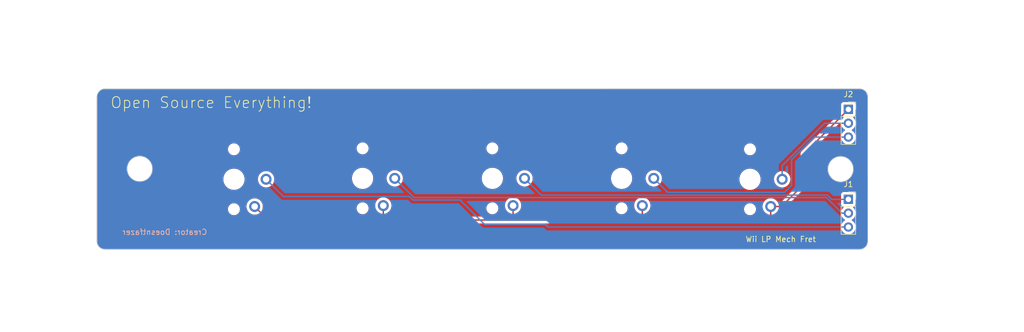
<source format=kicad_pcb>
(kicad_pcb (version 20221018) (generator pcbnew)
  (layers (0 "F.Cu" signal) (31 "B.Cu" signal) (34 "B.Paste" user) (35 "F.Paste" user) (36 "B.SilkS" user "B.Silkscreen") (37 "F.SilkS" user "F.Silkscreen") (38 "B.Mask" user) (39 "F.Mask" user) (44 "Edge.Cuts" user))
  (net 0 "")
  (net 1 "green")
  (net 2 "red")
  (net 3 "yellow")
  (net 4 "blue")
  (net 5 "orange")
  (net 6 "gnd")
  (footprint "Connector_PinSocket_2.54mm:PinSocket_1x03_P2.54mm_Vertical" (layer "F.Cu") (at 219.227 97.551)
    (fp_text reference "J1" (at 0 -2.77) (layer "F.SilkS"))
    (fp_text value "Conn_01x03")
    (fp_line (start -1.33 1.27) (end -1.33 6.41) (stroke (width 0.12)) (layer "F.SilkS"))
    (fp_line (start -1.33 1.27) (end 1.33 1.27) (stroke (width 0.12)) (layer "F.SilkS"))
    (fp_line (start -1.33 6.41) (end 1.33 6.41) (stroke (width 0.12)) (layer "F.SilkS"))
    (fp_line (start 0 -1.33) (end 1.33 -1.33) (stroke (width 0.12)) (layer "F.SilkS"))
    (fp_line (start 1.33 -1.33) (end 1.33 0) (stroke (width 0.12)) (layer "F.SilkS"))
    (fp_line (start 1.33 1.27) (end 1.33 6.41) (stroke (width 0.12)) (layer "F.SilkS"))
    (pad "1" thru_hole rect (at 0 0) (size 1.7 1.7) (drill 1) (layers "*.Cu" "*.Mask") (net 3 "yellow"))
    (pad "2" thru_hole oval (at 0 2.54) (size 1.7 1.7) (drill 1) (layers "*.Cu" "*.Mask") (net 2 "red"))
    (pad "3" thru_hole oval (at 0 5.08) (size 1.7 1.7) (drill 1) (layers "*.Cu" "*.Mask") (net 1 "green"))
  )
  (footprint "Connector_PinSocket_2.54mm:PinSocket_1x03_P2.54mm_Vertical" (layer "F.Cu") (at 219.227 81.041)
    (fp_text reference "J2" (at 0 -2.77) (layer "F.SilkS"))
    (fp_text value "Conn_01x03")
    (fp_line (start -1.33 1.27) (end -1.33 6.41) (stroke (width 0.12)) (layer "F.SilkS"))
    (fp_line (start -1.33 1.27) (end 1.33 1.27) (stroke (width 0.12)) (layer "F.SilkS"))
    (fp_line (start -1.33 6.41) (end 1.33 6.41) (stroke (width 0.12)) (layer "F.SilkS"))
    (fp_line (start 0 -1.33) (end 1.33 -1.33) (stroke (width 0.12)) (layer "F.SilkS"))
    (fp_line (start 1.33 -1.33) (end 1.33 0) (stroke (width 0.12)) (layer "F.SilkS"))
    (fp_line (start 1.33 1.27) (end 1.33 6.41) (stroke (width 0.12)) (layer "F.SilkS"))
    (pad "1" thru_hole rect (at 0 0) (size 1.7 1.7) (drill 1) (layers "*.Cu" "*.Mask") (net 6 "gnd"))
    (pad "2" thru_hole oval (at 0 2.54) (size 1.7 1.7) (drill 1) (layers "*.Cu" "*.Mask") (net 5 "orange"))
    (pad "3" thru_hole oval (at 0 5.08) (size 1.7 1.7) (drill 1) (layers "*.Cu" "*.Mask") (net 4 "blue"))
  )
  (footprint "keebio:Kailh-PG1350-1u-NoLED" (layer "F.Cu") (at 106.442 93.864 90)
    (fp_text reference "SW1")
    (fp_text value "SW_Push" hide)
    (pad "" np_thru_hole circle (at -5.5 0 270) (size 1.7 1.7) (drill 1.7) (layers "*.Cu" "*.Mask"))
    (pad "" np_thru_hole circle (at 0 0 270) (size 3.4 3.4) (drill 3.4) (layers "*.Cu" "*.Mask"))
    (pad "" np_thru_hole circle (at 5.5 0 270) (size 1.7 1.7) (drill 1.7) (layers "*.Cu" "*.Mask"))
    (pad "1" thru_hole circle (at 0 5.9 270) (size 2 2) (drill 1.2) (layers "*.Cu" "*.Mask") (net 1 "green"))
    (pad "2" thru_hole circle (at -5 3.8 131.9) (size 2 2) (drill 1.2) (layers "*.Cu" "*.Mask") (net 6 "gnd"))
  )
  (footprint "keebio:Kailh-PG1350-1u-NoLED" (layer "F.Cu") (at 130.056 93.698 90)
    (fp_text reference "SW2")
    (fp_text value "SW_Push" hide)
    (pad "" np_thru_hole circle (at -5.5 0 270) (size 1.7 1.7) (drill 1.7) (layers "*.Cu" "*.Mask"))
    (pad "" np_thru_hole circle (at 0 0 270) (size 3.4 3.4) (drill 3.4) (layers "*.Cu" "*.Mask"))
    (pad "" np_thru_hole circle (at 5.5 0 270) (size 1.7 1.7) (drill 1.7) (layers "*.Cu" "*.Mask"))
    (pad "1" thru_hole circle (at 0 5.9 270) (size 2 2) (drill 1.2) (layers "*.Cu" "*.Mask") (net 2 "red"))
    (pad "2" thru_hole circle (at -5 3.8 131.9) (size 2 2) (drill 1.2) (layers "*.Cu" "*.Mask") (net 6 "gnd"))
  )
  (footprint "keebio:Kailh-PG1350-1u-NoLED" (layer "F.Cu") (at 201.168 93.864 90)
    (fp_text reference "SW5")
    (fp_text value "SW_Push" hide)
    (pad "" np_thru_hole circle (at -5.5 0 270) (size 1.7 1.7) (drill 1.7) (layers "*.Cu" "*.Mask"))
    (pad "" np_thru_hole circle (at 0 0 270) (size 3.4 3.4) (drill 3.4) (layers "*.Cu" "*.Mask"))
    (pad "" np_thru_hole circle (at 5.5 0 270) (size 1.7 1.7) (drill 1.7) (layers "*.Cu" "*.Mask"))
    (pad "1" thru_hole circle (at 0 5.9 270) (size 2 2) (drill 1.2) (layers "*.Cu" "*.Mask") (net 5 "orange"))
    (pad "2" thru_hole circle (at -5 3.8 131.9) (size 2 2) (drill 1.2) (layers "*.Cu" "*.Mask") (net 6 "gnd"))
  )
  (footprint "keebio:Kailh-PG1350-1u-NoLED" (layer "F.Cu") (at 153.878 93.698 90)
    (fp_text reference "SW3")
    (fp_text value "SW_Push" hide)
    (pad "" np_thru_hole circle (at -5.5 0 270) (size 1.7 1.7) (drill 1.7) (layers "*.Cu" "*.Mask"))
    (pad "" np_thru_hole circle (at 0 0 270) (size 3.4 3.4) (drill 3.4) (layers "*.Cu" "*.Mask"))
    (pad "" np_thru_hole circle (at 5.5 0 270) (size 1.7 1.7) (drill 1.7) (layers "*.Cu" "*.Mask"))
    (pad "1" thru_hole circle (at 0 5.9 270) (size 2 2) (drill 1.2) (layers "*.Cu" "*.Mask") (net 3 "yellow"))
    (pad "2" thru_hole circle (at -5 3.8 131.9) (size 2 2) (drill 1.2) (layers "*.Cu" "*.Mask") (net 6 "gnd"))
  )
  (footprint "keebio:Kailh-PG1350-1u-NoLED" (layer "F.Cu") (at 177.6 93.698 90)
    (fp_text reference "SW4")
    (fp_text value "SW_Push" hide)
    (pad "" np_thru_hole circle (at -5.5 0 270) (size 1.7 1.7) (drill 1.7) (layers "*.Cu" "*.Mask"))
    (pad "" np_thru_hole circle (at 0 0 270) (size 3.4 3.4) (drill 3.4) (layers "*.Cu" "*.Mask"))
    (pad "" np_thru_hole circle (at 5.5 0 270) (size 1.7 1.7) (drill 1.7) (layers "*.Cu" "*.Mask"))
    (pad "1" thru_hole circle (at 0 5.9 270) (size 2 2) (drill 1.2) (layers "*.Cu" "*.Mask") (net 4 "blue"))
    (pad "2" thru_hole circle (at -5 3.8 131.9) (size 2 2) (drill 1.2) (layers "*.Cu" "*.Mask") (net 6 "gnd"))
  )
  (gr_line (start 222.6 78.03) (end 222.68 78.19) (stroke (width 0.1)) (layer "Edge.Cuts"))
  (gr_line (start 81.31 105.56) (end 81.28 105.27) (stroke (width 0.1)) (layer "Edge.Cuts"))
  (gr_line (start 82.63 77.25) (end 83.34 77.25) (stroke (width 0.1)) (layer "Edge.Cuts"))
  (gr_line (start 222.6 105.97) (end 222.39 106.27) (stroke (width 0.1)) (layer "Edge.Cuts"))
  (gr_line (start 221.68 106.69) (end 221.43 106.73) (stroke (width 0.1)) (layer "Edge.Cuts"))
  (gr_line (start 82.09 77.41) (end 82.36 77.3) (stroke (width 0.1)) (layer "Edge.Cuts"))
  (gr_line (start 81.62 106.22) (end 81.46 105.97) (stroke (width 0.1)) (layer "Edge.Cuts"))
  (gr_line (start 222.78 78.7) (end 222.79 105.1) (stroke (width 0.1)) (layer "Edge.Cuts"))
  (gr_line (start 82.36 77.3) (end 82.63 77.25) (stroke (width 0.1)) (layer "Edge.Cuts"))
  (gr_line (start 221.9 77.37) (end 222.1 77.48) (stroke (width 0.1)) (layer "Edge.Cuts"))
  (gr_line (start 221.35 77.24) (end 221.67 77.3) (stroke (width 0.1)) (layer "Edge.Cuts"))
  (gr_line (start 81.81 106.39) (end 81.62 106.22) (stroke (width 0.1)) (layer "Edge.Cuts"))
  (gr_line (start 222.72 105.66) (end 222.6 105.97) (stroke (width 0.1)) (layer "Edge.Cuts"))
  (gr_line (start 81.28 105.27) (end 81.28 78.74) (stroke (width 0.1)) (layer "Edge.Cuts"))
  (gr_circle (center 217.8 92) (end 220.1 92.3) (stroke (width 0.1)) (fill none) (layer "Edge.Cuts"))
  (gr_line (start 222.68 78.19) (end 222.75 78.46) (stroke (width 0.1)) (layer "Edge.Cuts"))
  (gr_line (start 222.79 105.1) (end 222.77 105.34) (stroke (width 0.1)) (layer "Edge.Cuts"))
  (gr_line (start 222.39 106.27) (end 222 106.56) (stroke (width 0.1)) (layer "Edge.Cuts"))
  (gr_line (start 222.1 77.48) (end 222.3 77.63) (stroke (width 0.1)) (layer "Edge.Cuts"))
  (gr_line (start 82.47 106.7) (end 82.22 106.63) (stroke (width 0.1)) (layer "Edge.Cuts"))
  (gr_line (start 81.46 78.05) (end 81.6 77.84) (stroke (width 0.1)) (layer "Edge.Cuts"))
  (gr_line (start 221.28 106.74) (end 82.83 106.74) (stroke (width 0.1)) (layer "Edge.Cuts"))
  (gr_line (start 82.83 106.74) (end 82.47 106.7) (stroke (width 0.1)) (layer "Edge.Cuts"))
  (gr_line (start 222.42 77.75) (end 222.6 78.03) (stroke (width 0.1)) (layer "Edge.Cuts"))
  (gr_line (start 81.29 78.59) (end 81.36 78.27) (stroke (width 0.1)) (layer "Edge.Cuts"))
  (gr_line (start 81.79 77.63) (end 82.09 77.41) (stroke (width 0.1)) (layer "Edge.Cuts"))
  (gr_line (start 221.43 106.73) (end 221.28 106.74) (stroke (width 0.1)) (layer "Edge.Cuts"))
  (gr_line (start 81.6 77.84) (end 81.79 77.63) (stroke (width 0.1)) (layer "Edge.Cuts"))
  (gr_line (start 222 106.56) (end 221.68 106.69) (stroke (width 0.1)) (layer "Edge.Cuts"))
  (gr_line (start 222.75 78.46) (end 222.78 78.7) (stroke (width 0.1)) (layer "Edge.Cuts"))
  (gr_line (start 221.67 77.3) (end 221.9 77.37) (stroke (width 0.1)) (layer "Edge.Cuts"))
  (gr_line (start 222.77 105.34) (end 222.72 105.66) (stroke (width 0.1)) (layer "Edge.Cuts"))
  (gr_line (start 81.36 78.27) (end 81.46 78.05) (stroke (width 0.1)) (layer "Edge.Cuts"))
  (gr_line (start 81.28 78.74) (end 81.29 78.59) (stroke (width 0.1)) (layer "Edge.Cuts"))
  (gr_circle (center 89.154 91.948) (end 89.23 94.26) (stroke (width 0.1)) (fill none) (layer "Edge.Cuts"))
  (gr_line (start 82.22 106.63) (end 81.98 106.51) (stroke (width 0.1)) (layer "Edge.Cuts"))
  (gr_line (start 81.46 105.97) (end 81.31 105.56) (stroke (width 0.1)) (layer "Edge.Cuts"))
  (gr_line (start 222.3 77.63) (end 222.42 77.75) (stroke (width 0.1)) (layer "Edge.Cuts"))
  (gr_line (start 81.98 106.51) (end 81.81 106.39) (stroke (width 0.1)) (layer "Edge.Cuts"))
  (gr_line (start 83.34 77.25) (end 221.35 77.24) (stroke (width 0.1)) (layer "Edge.Cuts"))
  (gr_text "Creator: Doesntfazer\n" (at 101.6 104.14) (layer "B.SilkS") (effects (font (size 1 1)) (justify left bottom mirror)))
  (gr_text "Open Source Everything!" (at 83.69 80.96) (layer "F.SilkS") (effects (font (size 2 2)) (justify left bottom)))
  (gr_text "Wii LP Mech Fret" (at 200.29 105.46) (layer "F.SilkS") (effects (font (size 1 1)) (justify left bottom)))
  (segment (start 152.4 102.108) (end 163.576 102.108) (width 0.25) (layer "B.Cu") (net 1))
  (segment (start 164.099 102.631) (end 219.227 102.631) (width 0.25) (layer "B.Cu") (net 1))
  (segment (start 138.649604 97.028) (end 139.295604 97.674) (width 0.25) (layer "B.Cu") (net 1))
  (segment (start 147.966 97.674) (end 152.4 102.108) (width 0.25) (layer "B.Cu") (net 1))
  (segment (start 163.576 102.108) (end 164.099 102.631) (width 0.25) (layer "B.Cu") (net 1))
  (segment (start 115.506 97.028) (end 138.649604 97.028) (width 0.25) (layer "B.Cu") (net 1))
  (segment (start 112.342 93.864) (end 115.506 97.028) (width 0.25) (layer "B.Cu") (net 1))
  (segment (start 139.295604 97.674) (end 147.966 97.674) (width 0.25) (layer "B.Cu") (net 1))
  (segment (start 218.072604 100.091) (end 219.227 100.091) (width 0.25) (layer "B.Cu") (net 2))
  (segment (start 215.205604 97.224) (end 218.072604 100.091) (width 0.25) (layer "B.Cu") (net 2))
  (segment (start 135.956 93.698) (end 139.482 97.224) (width 0.25) (layer "B.Cu") (net 2))
  (segment (start 139.482 97.224) (end 215.205604 97.224) (width 0.25) (layer "B.Cu") (net 2))
  (segment (start 216.169 97.551) (end 219.227 97.551) (width 0.25) (layer "B.Cu") (net 3))
  (segment (start 162.854 96.774) (end 215.392 96.774) (width 0.25) (layer "B.Cu") (net 3))
  (segment (start 159.778 93.698) (end 162.854 96.774) (width 0.25) (layer "B.Cu") (net 3))
  (segment (start 215.392 96.774) (end 216.169 97.551) (width 0.25) (layer "B.Cu") (net 3))
  (segment (start 207.518 96.266) (end 186.068 96.266) (width 0.25) (layer "B.Cu") (net 4))
  (segment (start 219.227 86.121) (end 212.965396 86.121) (width 0.25) (layer "B.Cu") (net 4))
  (segment (start 186.068 96.266) (end 183.5 93.698) (width 0.25) (layer "B.Cu") (net 4))
  (segment (start 212.965396 86.121) (end 208.788 90.298396) (width 0.25) (layer "B.Cu") (net 4))
  (segment (start 208.788 94.996) (end 207.518 96.266) (width 0.25) (layer "B.Cu") (net 4))
  (segment (start 208.788 90.298396) (end 208.788 94.996) (width 0.25) (layer "B.Cu") (net 4))
  (segment (start 214.899 83.581) (end 219.227 83.581) (width 0.25) (layer "B.Cu") (net 5))
  (segment (start 214.884 83.566) (end 214.899 83.581) (width 0.25) (layer "B.Cu") (net 5))
  (segment (start 207.068 93.864) (end 207.068 91.382) (width 0.25) (layer "B.Cu") (net 5))
  (segment (start 207.068 91.382) (end 214.884 83.566) (width 0.25) (layer "B.Cu") (net 5))
  (segment (start 204.978 101.346) (end 204.968 101.336) (width 0.25) (layer "F.Cu") (net 6))
  (segment (start 157.678 101.29) (end 157.734 101.346) (width 0.25) (layer "F.Cu") (net 6))
  (segment (start 206.952 98.864) (end 204.968 98.864) (width 0.25) (layer "F.Cu") (net 6))
  (segment (start 219.227 81.041) (end 211.074 89.194) (width 0.25) (layer "F.Cu") (net 6))
  (segment (start 110.242 98.864) (end 112.724 101.346) (width 0.25) (layer "F.Cu") (net 6))
  (segment (start 133.858 101.346) (end 157.734 101.346) (width 0.25) (layer "F.Cu") (net 6))
  (segment (start 181.356 101.346) (end 204.978 101.346) (width 0.25) (layer "F.Cu") (net 6))
  (segment (start 181.4 101.302) (end 181.356 101.346) (width 0.25) (layer "F.Cu") (net 6))
  (segment (start 204.968 101.336) (end 204.968 98.864) (width 0.25) (layer "F.Cu") (net 6))
  (segment (start 133.856 98.698) (end 133.856 101.344) (width 0.25) (layer "F.Cu") (net 6))
  (segment (start 157.678 98.698) (end 157.678 101.29) (width 0.25) (layer "F.Cu") (net 6))
  (segment (start 157.734 101.346) (end 181.356 101.346) (width 0.25) (layer "F.Cu") (net 6))
  (segment (start 133.856 101.344) (end 133.858 101.346) (width 0.25) (layer "F.Cu") (net 6))
  (segment (start 211.074 94.742) (end 206.952 98.864) (width 0.25) (layer "F.Cu") (net 6))
  (segment (start 112.724 101.346) (end 133.858 101.346) (width 0.25) (layer "F.Cu") (net 6))
  (segment (start 181.4 98.698) (end 181.4 101.302) (width 0.25) (layer "F.Cu") (net 6))
  (segment (start 211.074 89.194) (end 211.074 94.742) (width 0.25) (layer "F.Cu") (net 6))
  (zone (net 0) (net_name "") (layers "F&B.Cu") (connect_pads (clearance 0.5)) (min_thickness 0.25) (fill yes (thermal_gap 0.5) (thermal_bridge_width 0.5) (island_removal_mode 1) (island_area_min 10))
    (polygon (pts (xy 63.5 60.96) (xy 71.12 121.92) (xy 251.46 116.84) (xy 228.6 60.96)))
  )
)
</source>
